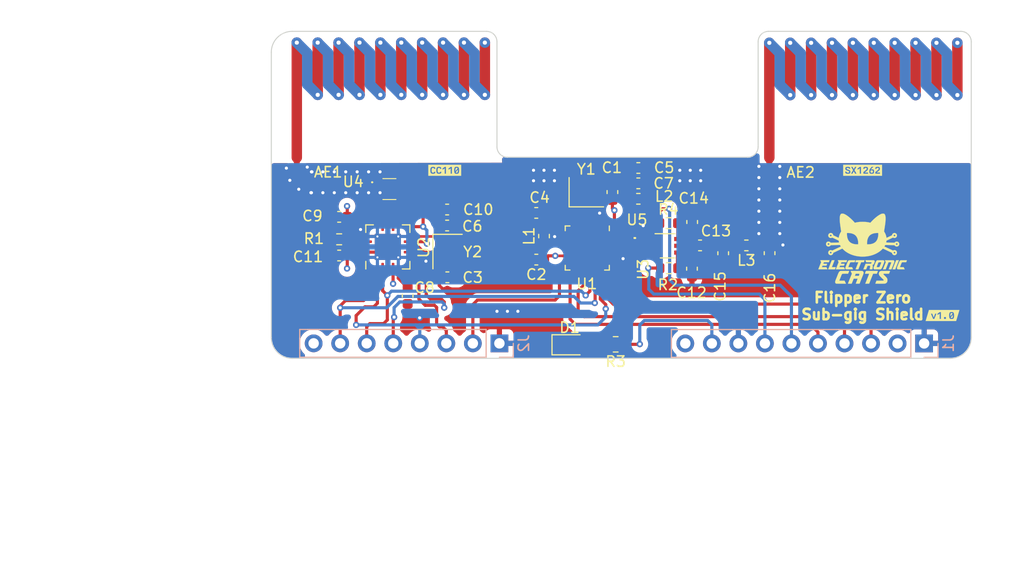
<source format=kicad_pcb>
(kicad_pcb (version 20221018) (generator pcbnew)
  (layers (0 "F.Cu" signal) (1 "In1.Cu" signal) (2 "In2.Cu" signal) (31 "B.Cu" signal) (34 "B.Paste" user) (35 "F.Paste" user) (36 "B.SilkS" user "B.Silkscreen") (37 "F.SilkS" user "F.Silkscreen") (38 "B.Mask" user) (39 "F.Mask" user) (44 "Edge.Cuts" user))
  (net 0 "")
  (net 1 "Net-(AE1-A)")
  (net 2 "Net-(D1-A)")
  (net 3 "Net-(AE2-A)")
  (net 4 "+3.3V")
  (net 5 "GND")
  (net 6 "Net-(U2-XOSC_Q1)")
  (net 7 "Net-(U1-VREG)")
  (net 8 "+5V")
  (net 9 "/LED1")
  (net 10 "Net-(U1-VR_PA)")
  (net 11 "Net-(U2-XOSC_Q2)")
  (net 12 "Net-(U2-DCOUPL)")
  (net 13 "Net-(U5-V2)")
  (net 14 "Net-(U5-RFC)")
  (net 15 "Net-(C13-Pad2)")
  (net 16 "Net-(U5-V1)")
  (net 18 "/DIO2")
  (net 19 "/DIO22")
  (net 20 "Net-(U1-DCC_SW)")
  (net 21 "/RFO")
  (net 22 "Net-(U2-RBIAS)")
  (net 23 "/ANT_SW")
  (net 24 "/XTA")
  (net 25 "/XTB")
  (net 26 "/DIO3")
  (net 27 "/DIO1")
  (net 28 "/BUSY")
  (net 29 "/RESET_SX")
  (net 30 "/CIPO")
  (net 31 "/COPI")
  (net 32 "/SCK")
  (net 33 "/NSS")
  (net 34 "/RFI_P")
  (net 35 "/RFI_N")
  (net 36 "/GDO2")
  (net 37 "/GDO0")
  (net 38 "Net-(U2-RF_P)")
  (net 39 "Net-(U2-RF_N)")
  (net 40 "/SW_RFO")
  (net 41 "/SW_RFI")
  (net 42 "/NSS_1")
  (footprint "Capacitor_SMD:C_0603_1608Metric" (layer "F.Cu") (at 153.55 102.085 90)
    (fp_text reference "C1")
    (fp_text value "0.1uF")
  )
  (footprint "Package_DFN_QFN:QFN-20-1EP_4x4mm_P0.5mm_EP2.5x2.5mm_ThermalVias" (layer "F.Cu") (at 132.055 107.335 90)
    (fp_text reference "U2")
    (fp_text value "CC1101RGPR")
  )
  (footprint "LED_SMD:LED_0805_2012Metric" (layer "F.Cu") (at 149.4525 116.705)
    (fp_text reference "D1")
    (fp_text value "LED")
  )
  (footprint "Package_TO_SOT_SMD:SOT-363_SC-70-6" (layer "F.Cu") (at 158.835 107.23)
    (fp_text reference "U5")
    (fp_text value "PE42421")
  )
  (footprint "Resistor_SMD:R_0603_1608Metric" (layer "F.Cu") (at 158.935 105.06 180)
    (fp_text reference "R4")
    (fp_text value "100R")
  )
  (footprint "Inductor_SMD:L_0603_1608Metric" (layer "F.Cu") (at 166.3725 107.19 180)
    (fp_text reference "L3")
    (fp_text value "9.1nH")
  )
  (footprint "Inductor_SMD:L_0603_1608Metric" (layer "F.Cu") (at 147.005 106.2975 90)
    (fp_text reference "L1")
    (fp_text value "15uH")
  )
  (footprint "Capacitor_SMD:C_0603_1608Metric" (layer "F.Cu") (at 137.73 105.2875)
    (fp_text reference "C6")
    (fp_text value "uF")
  )
  (footprint "Capacitor_SMD:C_0603_1608Metric" (layer "F.Cu") (at 168.595 107.935 -90)
    (fp_text reference "C16")
    (fp_text value "3.3pF")
  )
  (footprint "Capacitor_SMD:C_0603_1608Metric" (layer "F.Cu") (at 156.03 101.25)
    (fp_text reference "C7")
    (fp_text value "47pF")
  )
  (footprint "Inductor_SMD:L_0603_1608Metric" (layer "F.Cu") (at 156.0325 102.73)
    (fp_text reference "L2")
    (fp_text value "47nH")
  )
  (footprint "Resistor_SMD:R_0603_1608Metric" (layer "F.Cu") (at 158.95 109.37 180)
    (fp_text reference "R2")
    (fp_text value "100R")
  )
  (footprint "Capacitor_SMD:C_0603_1608Metric" (layer "F.Cu") (at 133.95 112.005 -90)
    (fp_text reference "C8")
    (fp_text value "0.1uF")
  )
  (footprint "Resistor_SMD:R_0603_1608Metric" (layer "F.Cu") (at 127.395 106.6075)
    (fp_text reference "R1")
    (fp_text value "56K")
  )
  (footprint "Capacitor_SMD:C_0603_1608Metric" (layer "F.Cu") (at 137.75 110.24 180)
    (fp_text reference "C3")
    (fp_text value "uF")
  )
  (footprint "Capacitor_SMD:C_0603_1608Metric" (layer "F.Cu") (at 161.165 109.42 -90)
    (fp_text reference "C12")
    (fp_text value "1nF")
  )
  (footprint "Capacitor_SMD:C_0603_1608Metric" (layer "F.Cu") (at 161.94 107.19)
    (fp_text reference "C13")
    (fp_text value "100pF")
  )
  (footprint "Resistor_SMD:R_0805_2012Metric" (layer "F.Cu") (at 153.8625 116.66 180)
    (fp_text reference "R3")
    (fp_text value "1K")
  )
  (footprint "Crystal:Crystal_SMD_2520-4Pin_2.5x2.0mm" (layer "F.Cu") (at 137.77 107.78 -90)
    (fp_text reference "Y2")
    (fp_text value "24Mhz")
  )
  (footprint "RF_Antenna:Texas_SWRA416_868MHz_915MHz" (layer "F.Cu") (at 132.34 93.58)
    (fp_text reference "AE1")
    (fp_text value "Antenna")
  )
  (footprint "Capacitor_SMD:C_0603_1608Metric" (layer "F.Cu") (at 137.73 103.7575)
    (fp_text reference "C10")
    (fp_text value "0.1uF")
  )
  (footprint "Capacitor_SMD:C_0603_1608Metric" (layer "F.Cu") (at 127.395 108.1575 180)
    (fp_text reference "C11")
    (fp_text value "10uF")
  )
  (footprint "Capacitor_SMD:C_0603_1608Metric" (layer "F.Cu") (at 161.185 104.95 90)
    (fp_text reference "C14")
    (fp_text value "1nF")
  )
  (footprint "kibuzzard-649F73CE" (layer "F.Cu") (at 185.15 113.9)
    (fp_text reference "kibuzzard-649F73CE" hide)
    (fp_text value "G***" hide)
  )
  (footprint "Capacitor_SMD:C_0603_1608Metric" (layer "F.Cu") (at 146.265 108.55 180)
    (fp_text reference "C2")
    (fp_text value "0.1uF")
  )
  (footprint "Capacitor_SMD:C_0603_1608Metric" (layer "F.Cu") (at 127.395 104.4575 180)
    (fp_text reference "C9")
    (fp_text value "0.1uF")
  )
  (footprint "Aesthetics:electronic_cats_logo_8x6" (layer "F.Cu") (at 177.5 107.5)
    (fp_text reference "G***" hide)
    (fp_text value "LOGO" hide)
  )
  (footprint "Capacitor_SMD:C_0603_1608Metric" (layer "F.Cu") (at 164.155 107.94 -90)
    (fp_text reference "C15")
    (fp_text value "3.3pF")
  )
  (footprint "kibuzzard-649F737D" (layer "F.Cu") (at 137.5 100)
    (fp_text reference "kibuzzard-649F737D" hide)
    (fp_text value "G***" hide)
  )
  (footprint "Crystal:Crystal_SMD_2520-4Pin_2.5x2.0mm" (layer "F.Cu") (at 151.055 102.1)
    (fp_text reference "Y1")
    (fp_text value "32Mhz")
  )
  (footprint "RF_Antenna:Texas_SWRA416_868MHz_915MHz" (layer "F.Cu") (at 177.57 93.6)
    (fp_text reference "AE2")
    (fp_text value "Antenna")
  )
  (footprint "subg:0915BM15A0001E" (layer "F.Cu") (at 132.205 101.7975 90)
    (fp_text reference "U4")
    (fp_text value "0915BM15A0001E" hide)
  )
  (footprint "kibuzzard-649F739B" (layer "F.Cu") (at 177.5 100)
    (fp_text reference "kibuzzard-649F739B" hide)
    (fp_text value "G***" hide)
  )
  (footprint "Package_DFN_QFN:QFN-24-1EP_4x4mm_P0.5mm_EP2.65x2.65mm" (layer "F.Cu") (at 151.145 107.44 -90)
    (fp_text reference "U1")
    (fp_text value "SX1262IMLTRT")
  )
  (footprint "Capacitor_SMD:C_0603_1608Metric" (layer "F.Cu") (at 146.26 104.08 180)
    (fp_text reference "C4")
    (fp_text value "470nF")
  )
  (footprint "Capacitor_SMD:C_0603_1608Metric" (layer "F.Cu") (at 156.03 99.78)
    (fp_text reference "C5")
    (fp_text value "0.1uF")
  )
  (footprint "subg:0900FM15D0039E" (layer "F.Cu") (at 155.695 107.96 90)
    (fp_text reference "U3")
    (fp_text value "0900FM15D0039")
  )
  (footprint "Connector_PinHeader_2.54mm:PinHeader_1x10_P2.54mm_Vertical" (layer "B.Cu") (at 183.3868 116.5732 90)
    (fp_text reference "J1")
    (fp_text value "Conn_01x10_Socket")
  )
  (footprint "Connector_PinHeader_2.54mm:PinHeader_1x08_P2.54mm_Vertical" (layer "B.Cu") (at 142.7318 116.567 90)
    (fp_text reference "J2")
    (fp_text value "Conn_01x08_Socket")
  )
  (gr_line (start 185.9 118) (end 122.9 118) (stroke (width 0.1)) (layer "Edge.Cuts"))
  (gr_arc (start 187.9 116) (mid 187.314214 117.414214) (end 185.9 118) (stroke (width 0.1)) (layer "Edge.Cuts"))
  (gr_arc (start 167.5 97.75) (mid 167.207107 98.457107) (end 166.5 98.75) (stroke (width 0.1)) (layer "Edge.Cuts"))
  (gr_line (start 142.5 97.75) (end 142.5 87.7) (stroke (width 0.1)) (layer "Edge.Cuts"))
  (gr_arc (start 120.9 88.7) (mid 121.485786 87.285786) (end 122.9 86.7) (stroke (width 0.1)) (layer "Edge.Cuts"))
  (gr_arc (start 122.9 118) (mid 121.485786 117.414214) (end 120.9 116) (stroke (width 0.1)) (layer "Edge.Cuts"))
  (gr_arc (start 186.9 86.7) (mid 187.607107 86.992893) (end 187.9 87.7) (stroke (width 0.1)) (layer "Edge.Cuts"))
  (gr_arc (start 143.5 98.75) (mid 142.792893 98.457107) (end 142.5 97.75) (stroke (width 0.1)) (layer "Edge.Cuts"))
  (gr_arc (start 167.5 87.7) (mid 167.792893 86.992893) (end 168.5 86.7) (stroke (width 0.1)) (layer "Edge.Cuts"))
  (gr_line (start 120.9 116) (end 120.9 88.7) (stroke (width 0.1)) (layer "Edge.Cuts"))
  (gr_line (start 167.5 87.7) (end 167.5 97.75) (stroke (width 0.1)) (layer "Edge.Cuts"))
  (gr_line (start 122.9 86.7) (end 141.5 86.7) (stroke (width 0.1)) (layer "Edge.Cuts"))
  (gr_line (start 187.9 87.7) (end 187.9 116) (stroke (width 0.1)) (layer "Edge.Cuts"))
  (gr_line (start 168.5 86.7) (end 186.9 86.7) (stroke (width 0.1)) (layer "Edge.Cuts"))
  (gr_line (start 143.5 98.75) (end 166.5 98.75) (stroke (width 0.1)) (layer "Edge.Cuts"))
  (gr_arc (start 141.5 86.7) (mid 142.207107 86.992893) (end 142.5 87.7) (stroke (width 0.1)) (layer "Edge.Cuts"))
  (gr_text "Flipper Zero\nSub-gig Shield" (at 177.5 113) (layer "F.SilkS") (effects (font (size 1 1) (thickness 0.25) bold)))
  (segment (start 123.34 99.7475) (end 123.34 99.65465) (width 0.3493) (layer "F.Cu") (net 1))
  (segment (start 124.74 101.1475) (end 131.305 101.1475) (width 0.3493) (layer "F.Cu") (net 1))
  (arc (start 123.34 99.7475) (mid 123.75005 100.737449) (end 124.74 101.1475) (width 0.3493) (layer "F.Cu") (net 1))
  (segment (start 150.435 116.66) (end 150.39 116.705) (width 0.3) (layer "F.Cu") (net 2))
  (segment (start 152.95 116.66) (end 150.435 116.66) (width 0.3) (layer "F.Cu") (net 2))
  (segment (start 168.57 107.135) (end 168.57 99.625) (width 0.3493) (layer "F.Cu") (net 3))
  (segment (start 168.595 107.16) (end 168.57 107.135) (width 0.25) (layer "F.Cu") (net 3))
  (segment (start 168.565 107.19) (end 168.595 107.16) (width 0.3493) (layer "F.Cu") (net 3))
  (segment (start 167.16 107.19) (end 168.565 107.19) (width 0.3493) (layer "F.Cu") (net 3))
  (segment (start 131.555 105.3975) (end 131.055 105.3975) (width 0.3) (layer "F.Cu") (net 4))
  (segment (start 135.43 104.29) (end 135.43 105.39) (width 0.3) (layer "F.Cu") (net 4))
  (segment (start 133.055 105.3975) (end 135.4225 105.3975) (width 0.3) (layer "F.Cu") (net 4))
  (segment (start 128.17 104.4575) (end 128.17 103.45) (width 0.3) (layer "F.Cu") (net 4))
  (segment (start 130.115 104.4575) (end 128.17 104.4575) (width 0.3) (layer "F.Cu") (net 4))
  (segment (start 130.1175 107.335) (end 128.9925 107.335) (width 0.3) (layer "F.Cu") (net 4))
  (segment (start 128.9925 107.335) (end 128.17 108.1575) (width 0.3) (layer "F.Cu") (net 4))
  (segment (start 128.17 109.38) (end 128.15 109.4) (width 0.3) (layer "F.Cu") (net 4))
  (segment (start 131.055 105.3975) (end 130.115 104.4575) (width 0.3) (layer "F.Cu") (net 4))
  (segment (start 149.195 107.69) (end 149.195 108.19) (width 0.25) (layer "F.Cu") (net 4))
  (segment (start 153.55 103.64) (end 153.74 103.83) (width 0.3) (layer "F.Cu") (net 4))
  (segment (start 135.9625 103.7575) (end 135.43 104.29) (width 0.3) (layer "F.Cu") (net 4))
  (segment (start 147.4 108.19) (end 147.04 108.55) (width 0.3) (layer "F.Cu") (net 4))
  (segment (start 135.4225 105.3975) (end 135.43 105.39) (width 0.3) (layer "F.Cu") (net 4))
  (segment (start 148.08 108.19) (end 147.4 108.19) (width 0.3) (layer "F.Cu") (net 4))
  (segment (start 152.395 105.49) (end 153.135 105.49) (width 0.3) (layer "F.Cu") (net 4))
  (segment (start 136.955 103.7575) (end 135.9625 103.7575) (width 0.3) (layer "F.Cu") (net 4))
  (segment (start 132.555 109.2725) (end 132.555 110.86) (width 0.3) (layer "F.Cu") (net 4))
  (segment (start 133.9925 106.835) (end 135.605 106.835) (width 0.3) (layer "F.Cu") (net 4))
  (segment (start 153.135 105.49) (end 153.74 104.885) (width 0.3) (layer "F.Cu") (net 4))
  (segment (start 135.605 106.835) (end 135.79 107.02) (width 0.3) (layer "F.Cu") (net 4))
  (segment (start 153.55 102.86) (end 153.55 103.64) (width 0.3) (layer "F.Cu") (net 4))
  (segment (start 153.74 104.885) (end 153.74 103.83) (width 0.3) (layer "F.Cu") (net 4))
  (segment (start 128.17 103.45) (end 128.15 103.43) (width 0.3) (layer "F.Cu") (net 4))
  (segment (start 149.195 108.19) (end 148.08 108.19) (width 0.25) (layer "F.Cu") (net 4))
  (segment (start 128.17 108.1575) (end 128.17 109.38) (width 0.3) (layer "F.Cu") (net 4))
  (via (at 128.15 109.4) (size 0.6) (drill 0.3) (layers "F.Cu" "B.Cu") (net 4))
  (via (at 135.79 107.02) (size 0.6) (drill 0.3) (layers "F.Cu" "B.Cu") (net 4))
  (via (at 135.43 105.39) (size 0.6) (drill 0.3) (layers "F.Cu" "B.Cu") (net 4))
  (via (at 128.15 103.43) (size 0.6) (drill 0.3) (layers "F.Cu" "B.Cu") (net 4))
  (via (at 148.08 108.19) (size 0.6) (drill 0.3) (layers "F.Cu" "B.Cu") (net 4))
  (via (at 153.74 103.83) (size 0.6) (drill 0.3) (layers "F.Cu" "B.Cu") (net 4))
  (via (at 132.555 110.86) (size 0.6) (drill 0.3) (layers "F.Cu" "B.Cu") (net 4))
  (segment (start 135.79 105.75) (end 135.43 105.39) (width 0.3) (layer "B.Cu") (net 4))
  (segment (start 135.79 107.02) (end 135.79 105.75) (width 0.3) (layer "B.Cu") (net 4))
  (segment (start 131.305 101.7975) (end 130.0325 101.7975) (width 0.3) (layer "F.Cu") (net 5))
  (segment (start 149.15 103.92) (end 149.14 103.91) (width 0.3) (layer "F.Cu") (net 5))
  (segment (start 137.07 108.655) (end 137.07 110.145) (width 0.3) (layer "F.Cu") (net 5))
  (segment (start 156.08 105.91) (end 156.32 105.67) (width 0.25) (layer "F.Cu") (net 5))
  (segment (start 155.695 106.56) (end 155.695 105.96) (width 0.25) (layer "F.Cu") (net 5))
  (segment (start 137.07 110.145) (end 136.975 110.24) (width 0.3) (layer "F.Cu") (net 5))
  (segment (start 150.395 105.49) (end 150.395 104.963959) (width 0.3) (layer "F.Cu") (net 5))
  (segment (start 133.105 101.7975) (end 134.6475 101.7975) (width 0.3) (layer "F.Cu") (net 5))
  (segment (start 130.1175 107.835) (end 131.555 107.835) (width 0.3) (layer "F.Cu") (net 5))
  (segment (start 136.975 110.24) (end 136.975 111.025) (width 0.3) (layer "F.Cu") (net 5))
  (segment (start 155.545 106.71) (end 155.695 106.56) (width 0.25) (layer "F.Cu") (net 5))
  (segment (start 156.355 106.21) (end 156.32 106.175) (width 0.3) (layer "F.Cu") (net 5))
  (segment (start 137.3 111.35) (end 137.825 111.875) (width 0.3) (layer "F.Cu") (net 5))
  (segment (start 133.9118 112.8182) (end 133.9118 114.225) (width 0.3) (layer "F.Cu") (net 5))
  (segment (start 156.32 106.175) (end 156.32 105.67) (width 0.3) (layer "F.Cu") (net 5))
  (segment (start 137.825 111.875) (end 138.725 111.875) (width 0.3) (layer "F.Cu") (net 5))
  (segment (start 156.32 105.67) (end 156.32 105.48) (width 0.3) (layer "F.Cu") (net 5))
  (segment (start 135 114.225) (end 133.9118 114.225) (width 0.3) (layer "F.Cu") (net 5))
  (segment (start 150.05 104.64) (end 149.87 104.64) (width 0.3) (layer "F.Cu") (net 5))
  (segment (start 150.395 105.49) (end 150.395 106.69) (width 0.3) (layer "F.Cu") (net 5))
  (segment (start 133.95 112.78) (end 133.95 112.975) (width 0.3) (layer "F.Cu") (net 5))
  (segment (start 130.1175 106.335) (end 130.105 106.335) (width 0.3) (layer "F.Cu") (net 5))
  (segment (start 153.095 108.19) (end 151.895 108.19) (width 0.3) (layer "F.Cu") (net 5))
  (segment (start 155.695 105.91) (end 156.08 105.91) (width 0.25) (layer "F.Cu") (net 5))
  (segment (start 151.145 107.44) (end 151.895 106.69) (width 0.25) (layer "F.Cu") (net 5))
  (segment (start 134.6475 101.7975) (end 134.69 101.84) (width 0.3) (layer "F.Cu") (net 5))
  (segment (start 135.745 108.655) (end 135.7 108.7) (width 0.3) (layer "F.Cu") (net 5))
  (segment (start 155.695 105.96) (end 155.695 107.15) (width 0.25) (layer "F.Cu") (net 5))
  (segment (start 150.395 106.69) (end 151.145 107.44) (width 0.3) (layer "F.Cu") (net 5))
  (segment (start 149.87 104.64) (end 149.15 103.92) (width 0.3) (layer "F.Cu") (net 5))
  (segment (start 149.195 106.69) (end 150.395 106.69) (width 0.25) (layer "F.Cu") (net 5))
  (segment (start 156.32 107.21) (end 155.755 107.21) (width 0.25) (layer "F.Cu") (net 5))
  (segment (start 130.105 106.335) (end 129.44 105.67) (width 0.3) (layer "F.Cu") (net 5))
  (segment (start 155.695 109.615) (end 155.69 109.62) (width 0.25) (layer "F.Cu") (net 5))
  (segment (start 133.95 112.78) (end 133.9118 112.8182) (width 0.3) (layer "F.Cu") (net 5))
  (segment (start 150.071041 104.64) (end 150.05 104.64) (width 0.3) (layer "F.Cu") (net 5))
  (segment (start 151.895 105.49) (end 151.895 104.53) (width 0.3) (layer "F.Cu") (net 5))
  (segment (start 151.93 102.8) (end 151.93 103.705) (width 0.3) (layer "F.Cu") (net 5))
  (segment (start 153.095 108.19) (end 154.3 108.19) (width 0.3) (layer "F.Cu") (net 5))
  (segment (start 157.885 107.23) (end 156.34 107.23) (width 0.25) (layer "F.Cu") (net 5))
  (segment (start 130.0325 101.7975) (end 129.68 102.15) (width 0.3) (layer "F.Cu") (net 5))
  (segment (start 137.07 108.655) (end 135.745 108.655) (width 0.3) (layer "F.Cu") (net 5))
  (segment (start 156.32 105.48) (end 156.5 105.3) (width 0.3) (layer "F.Cu") (net 5))
  (segment (start 135.1 114.125) (end 135 114.225) (width 0.3) (layer "F.Cu") (net 5))
  (segment (start 133.105 101.1475) (end 134.6625 101.1475) (width 0.3) (layer "F.Cu") (net 5))
  (segment (start 149.195 106.69) (end 148.36 106.69) (width 0.25) (layer "F.Cu") (net 5))
  (segment (start 154.3 108.19) (end 154.57 108.46) (width 0.3) (layer "F.Cu") (net 5))
  (segment (start 151.895 102.835) (end 151.895 105.49) (width 0.3) (layer "F.Cu") (net 5))
  (segment (start 148.36 106.69) (end 148.02 106.35) (width 0.25) (layer "F.Cu") (net 5))
  (segment (start 151.93 102.8) (end 151.895 102.835) (width 0.3) (layer "F.Cu") (net 5))
  (segment (start 155.07 106.71) (end 155.545 106.71) (width 0.25) (layer "F.Cu") (net 5))
  (segment (start 151.895 104.53) (end 152.325 104.1) (width 0.3) (layer "F.Cu") (net 5))
  (segment (start 151.895 106.69) (end 151.895 105.49) (width 0.25) (layer "F.Cu") (net 5))
  (segment (start 150.395 104.963959) (end 150.071041 104.64) (width 0.3) (layer "F.Cu") (net 5))
  (segment (start 155.695 107.15) (end 155.695 107.96) (width 0.25) (layer "F.Cu") (net 5))
  (segment (start 151.895 108.19) (end 151.145 107.44) (width 0.3) (layer "F.Cu") (net 5))
  (segment (start 130.1175 106.335) (end 131.055 106.335) (width 0.3) (layer "F.Cu") (net 5))
  (segment (start 155.755 107.21) (end 155.695 107.15) (width 0.25) (layer "F.Cu") (net 5))
  (segment (start 131.555 107.835) (end 132.055 107.335) (width 0.3) (layer "F.Cu") (net 5))
  (segment (start 156.34 107.23) (end 156.32 107.21) (width 0.25) (layer "F.Cu") (net 5))
  (segment (start 155.695 107.96) (end 155.695 109.615) (width 0.25) (layer "F.Cu") (net 5))
  (segment (start 136.975 111.025) (end 137.3 111.35) (width 0.3) (layer "F.Cu") (net 5))
  (segment (start 134.6625 101.1475) (end 134.69 101.12) (width 0.3) (layer "F.Cu") (net 5))
  (segment (start 151.93 103.705) (end 152.325 104.1) (width 0.3) (layer "F.Cu") (net 5))
  (via (at 123.526657 101.816373) (size 0.6) (drill 0.3) (layers "F.Cu" "B.Cu") (net 5))
  (via (at 125.834166 100.1475) (size 0.6) (drill 0.3) (layers "F.Cu" "B.Cu") (net 5))
  (via (at 161 101) (size 0.6) (drill 0.3) (layers "F.Cu" "B.Cu") (net 5))
  (via (at 143.5 113.5) (size 0.6) (drill 0.3) (layers "F.Cu" "B.Cu") (net 5))
  (via (at 125.834166 102.1475) (size 0.6) (drill 0.3) (layers "F.Cu" "B.Cu") (net 5))
  (via (at 122.341204 99.796565) (size 0.6) (drill 0.3) (layers "F.Cu" "B.Cu") (net 5))
  (via (at 167.57 104.989285) (size 0.6) (drill 0.3) (layers "F.Cu" "B.Cu") (net 5))
  (via (at 124.74 102.1475) (size 0.6) (drill 0.3) (layers "F.Cu" "B.Cu") (net 5))
  (via (at 142.5 113.5) (size 0.6) (drill 0.3) (layers "F.Cu" "B.Cu") (net 5))
  (via (at 167.57 100.697857) (size 0.6) (drill 0.3) (layers "F.Cu" "B.Cu") (net 5))
  (via (at 126.928333 102.1475) (size 0.6) (drill 0.3) (layers "F.Cu" "B.Cu") (net 5))
  (via (at 148 101) (size 0.6) (drill 0.3) (layers "F.Cu" "B.Cu") (net 5))
  (via (at 135.7 108.7) (size 0.6) (drill 0.3) (layers "F.Cu" "B.Cu") (net 5))
  (via (at 161 100) (size 0.6) (drill 0.3) (layers "F.Cu" "B.Cu") (net 5))
  (via (at 169.57 100.697857) (size 0.6) (drill 0.3) (layers "F.Cu" "B.Cu") (net 5))
  (via (at 124.74 100.1475) (size 0.6) (drill 0.3) (layers "F.Cu" "B.Cu") (net 5))
  (via (at 162 100) (size 0.6) (drill 0.3) (layers "F.Cu" "B.Cu") (net 5))
  (via (at 122.671123 100.960836) (size 0.6) (drill 0.3) (layers "F.Cu" "B.Cu") (net 5))
  (via (at 146 100) (size 0.6) (drill 0.3) (layers "F.Cu" "B.Cu") (net 5))
  (via (at 146 101) (size 0.6) (drill 0.3) (layers "F.Cu" "B.Cu") (net 5))
  (via (at 156.5 105.3) (size 0.6) (drill 0.3) (layers "F.Cu" "B.Cu") (net 5))
  (via (at 154.57 108.46) (size 0.6) (drill 0.3) (layers "F.Cu" "B.Cu") (net 5))
  (via (at 129.116666 102.1475) (size 0.6) (drill 0.3) (layers "F.Cu" "B.Cu") (net 5))
  (via (at 144.5 113.5) (size 0.6) (drill 0.3) (layers "F.Cu" "B.Cu") (net 5))
  (via (at 169.57 99.625) (size 0.6) (drill 0.3) (layers "F.Cu" "B.Cu") (net 5))
  (via (at 124.690928 102.146296) (size 0.6) (drill 0.3) (layers "F.Cu" "B.Cu") (net 5))
  (via (at 131.305 102.1475) (size 0.6) (drill 0.3) (layers "F.Cu" "B.Cu") (net 5))
  (via (at 167.57 103.916428) (size 0.6) (drill 0.3) (layers "F.Cu" "B.Cu") (net 5))
  (via (at 148.02 106.35) (size 0.6) (drill 0.3) (layers "F.Cu" "B.Cu") (net 5))
  (via (at 129.116666 100.1475) (size 0.6) (drill 0.3) (layers "F.Cu" "B.Cu") (net 5))
  (via (at 167.57 101.770714) (size 0.6) (drill 0.3) (layers "F.Cu" "B.Cu") (net 5))
  (via (at 131.305 100.1475) (size 0.6) (drill 0.3) (layers "F.Cu" "B.Cu") (net 5))
  (via (at 169.57 104.989285) (size 0.6) (drill 0.3) (layers "F.Cu" "B.Cu") (net 5))
  (via (at 169.57 101.770714) (size 0.6) (drill 0.3) (layers "F.Cu" "B.Cu") (net 5))
  (via (at 169.57 102.843571) (size 0.6) (drill 0.3) (layers "F.Cu" "B.Cu") (net 5))
  (via (at 160 101) (size 0.6) (drill 0.3) (layers "F.Cu" "B.Cu") (net 5))
  (via (at 147 100) (size 0.6) (drill 0.3) (layers "F.Cu" "B.Cu") (net 5))
  (via (at 124.338796 99.698435) (size 0.6) (drill 0.3) (layers "F.Cu" "B.Cu") (net 5))
  (via (at 169.57 106.062142) (size 0.6) (drill 0.3) (layers "F.Cu" "B.Cu") (net 5))
  (via (at 128.0225 100.1475) (size 0.6) (drill 0.3) (layers "F.Cu" "B.Cu") (net 5))
  (via (at 152.325 104.1) (size 0.6) (drill 0.3) (layers "F.Cu" "B.Cu") (net 5))
  (via (at 148 100) (size 0.6) (drill 0.3) (layers "F.Cu" "B.Cu") (net 5))
  (via (at 130.210833 100.1475) (size 0.6) (drill 0.3) (layers "F.Cu" "B.Cu") (net 5))
  (via (at 160 100) (size 0.6) (drill 0.3) (layers "F.Cu" "B.Cu") (net 5))
  (via (at 167.57 106.062142) (size 0.6) (drill 0.3) (layers "F.Cu" "B.Cu") (net 5))
  (via (at 128.0225 102.1475) (size 0.6) (drill 0.3) (layers "F.Cu" "B.Cu") (net 5))
  (via (at 126.928333 100.1475) (size 0.6) (drill 0.3) (layers "F.Cu" "B.Cu") (net 5))
  (via (at 129.44 105.67) (size 0.6) (drill 0.3) (layers "F.Cu" "B.Cu") (net 5))
  (via (at 167.57 102.843571) (size 0.6) (drill 0.3) (layers "F.Cu" "B.Cu") (net 5))
  (via (at 135.1 114.125) (size 0.6) (drill 0.3) (layers "F.Cu" "B.Cu") (net 5))
  (via (at 169.57 103.916428) (size 0.6) (drill 0.3) (layers "F.Cu" "B.Cu") (net 5))
  (via (at 130.210833 102.1475) (size 0.6) (drill 0.3) (layers "F.Cu" "B.Cu") (net 5))
  (via (at 169.87 107.15) (size 0.6) (drill 0.3) (layers "F.Cu" "B.Cu") (net 5))
  (via (at 162 101) (size 0.6) (drill 0.3) (layers "F.Cu" "B.Cu") (net 5))
  (via (at 147 101) (size 0.6) (drill 0.3) (layers "F.Cu" "B.Cu") (net 5))
  (via (at 167.57 99.625) (size 0.6) (drill 0.3) (layers "F.Cu" "B.Cu") (net 5))
  (via (at 124.789072 100.148706) (size 0.6) (drill 0.3) (layers "F.Cu" "B.Cu") (net 5))
  (segment (start 131.055 106.335) (end 130.105 106.335) (width 0.3) (layer "B.Cu") (net 5))
  (segment (start 131.055 108.335) (end 129.535 108.335) (width 0.3) (layer "B.Cu") (net 5))
  (segment (start 133.055 106.335) (end 134.505 106.335) (width 0.3) (layer "B.Cu") (net 5))
  (segment (start 134.505 106.335) (end 134.52 106.35) (width 0.3) (layer "B.Cu") (net 5))
  (segment (start 133.055 106.335) (end 133.055 105.145) (width 0.3) (layer "B.Cu") (net 5))
  (segment (start 133.055 108.335) (end 133.055 109.815) (width 0.3) (layer "B.Cu") (net 5))
  (segment (start 129.535 108.335) (end 129.41 108.21) (width 0.3) (layer "B.Cu") (net 5))
  (segment (start 131.055 105.145) (end 131.2 105) (width 0.3) (layer "B.Cu") (net 5))
  (segment (start 131.055 110.065) (end 130.98 110.14) (width 0.3) (layer "B.Cu") (net 5))
  (segment (start 134.615 108.335) (end 134.66 108.29) (width 0.3) (layer "B.Cu") (net 5))
  (segment (start 130.105 106.335) (end 129.44 105.67) (width 0.3) (layer "B.Cu") (net 5))
  (segment (start 133.055 108.335) (end 134.615 108.335) (width 0.3) (layer "B.Cu") (net 5))
  (segment (start 131.055 106.335) (end 131.055 105.145) (width 0.3) (layer "B.Cu") (net 5))
  (segment (start 133.055 105.145) (end 133.01 105.1) (width 0.3) (layer "B.Cu") (net 5))
  (segment (start 131.055 108.335) (end 131.055 110.065) (width 0.3) (layer "B.Cu") (net 5))
  (segment (start 138.47 108.655) (end 138.47 110.185) (width 0.3) (layer "F.Cu") (net 6))
  (segment (start 134.98 107.335) (end 133.9925 107.335) (width 0.3) (layer "F.Cu") (net 6))
  (segment (start 135.495 107.85) (end 134.98 107.335) (width 0.3) (layer "F.Cu") (net 6))
  (segment (start 138.47 110.185) (end 138.525 110.24) (width 0.3) (layer "F.Cu") (net 6))
  (segment (start 137.665 107.85) (end 135.495 107.85) (width 0.3) (layer "F.Cu") (net 6))
  (segment (start 138.47 108.655) (end 137.665 107.85) (width 0.3) (layer "F.Cu") (net 6))
  (segment (start 149.195 106.105) (end 148.6 105.51) (width 0.25) (layer "F.Cu") (net 7))
  (segment (start 148.6 105.51) (end 147.005 105.51) (width 0.25) (layer "F.Cu") (net 7))
  (segment (start 147.005 104.11) (end 147.035 104.08) (width 0.25) (layer "F.Cu") (net 7))
  (segment (start 149.195 106.19) (end 149.195 106.105) (width 0.25) (layer "F.Cu") (net 7))
  (segment (start 147.005 105.51) (end 147.005 104.11) (width 0.25) (layer "F.Cu") (net 7))
  (segment (start 154.775 116.66) (end 156.15 116.66) (width 0.3) (layer "F.Cu") (net 9))
  (segment (start 156.15 116.66) (end 156.17 116.64) (width 0.3) (layer "F.Cu") (net 9))
  (via (at 156.17 116.64) (size 0.6) (drill 0.3) (layers "F.Cu" "B.Cu") (net 9))
  (segment (start 156.17 114.81) (end 156.6 114.38) (width 0.3) (layer "B.Cu") (net 9))
  (segment (start 163.0668 116.5732) (end 163.0668 114.7768) (width 0.3) (layer "B.Cu") (net 9))
  (segment (start 162.67 114.38) (end 156.6 114.38) (width 0.3) (layer "B.Cu") (net 9))
  (segment (start 163.0668 114.7768) (end 162.67 114.38) (width 0.3) (layer "B.Cu") (net 9))
  (segment (start 156.17 116.64) (end 156.17 114.81) (width 0.3) (layer "B.Cu") (net 9))
  (segment (start 153.485 106.19) (end 155.255 104.42) (width 0.25) (layer "F.Cu") (net 10))
  (segment (start 155.255 104.42) (end 155.255 99.78) (width 0.25) (layer "F.Cu") (net 10))
  (segment (start 153.095 106.19) (end 153.485 106.19) (width 0.25) (layer "F.Cu") (net 10))
  (segment (start 136.955 105.2875) (end 136.955 106.79) (width 0.3) (layer "F.Cu") (net 11))
  (segment (start 137.07 106.905) (end 136.5 106.335) (width 0.25) (layer "F.Cu") (net 11))
  (segment (start 136.5 106.335) (end 133.9925 106.335) (width 0.25) (layer "F.Cu") (net 11))
  (segment (start 136.955 106.79) (end 137.07 106.905) (width 0.3) (layer "F.Cu") (net 11))
  (segment (start 133.055 109.2725) (end 133.055 110.335) (width 0.3) (layer "F.Cu") (net 12))
  (segment (start 133.055 110.335) (end 133.95 111.23) (width 0.3) (layer "F.Cu") (net 12))
  (segment (start 159.775 107.89) (end 159.785 107.88) (width 0.3) (layer "F.Cu") (net 13))
  (segment (start 159.775 109.37) (end 159.775 107.89) (width 0.3) (layer "F.Cu") (net 13))
  (segment (start 159.775 109.37) (end 160.44 109.37) (width 0.3) (layer "F.Cu") (net 13))
  (segment (start 160.44 109.37) (end 161.165 108.645) (width 0.3) (layer "F.Cu") (net 13))
  (segment (start 161.125 107.23) (end 161.165 107.19) (width 0.4) (layer "F.Cu") (net 14))
  (segment (start 159.785 107.23) (end 161.125 107.23) (width 0.3493) (layer "F.Cu") (net 14))
  (segment (start 162.715 107.19) (end 165.585 107.19) (width 0.3493) (layer "F.Cu") (net 15))
  (segment (start 164.155 107.165) (end 165.56 107.165) (width 0.3493) (layer "F.Cu") (net 15))
  (segment (start 162.715 107.19) (end 164.13 107.19) (width 0.3493) (layer "F.Cu") (net 15))
  (segment (start 164.13 107.19) (end 164.155 107.165) (width 0.3493) (layer "F.Cu") (net 15))
  (segment (start 165.56 107.165) (end 165.585 107.19) (width 0.3493) (layer "F.Cu") (net 15))
  (segment (start 160.425 105.725) (end 159.76 105.06) (width 0.25) (layer "F.Cu") (net 16))
  (segment (start 161.185 105.725) (end 160.425 105.725) (width 0.25) (layer "F.Cu") (net 16))
  (segment (start 159.785 105.085) (end 159.76 105.06) (width 0.25) (layer "F.Cu") (net 16))
  (segment (start 159.785 106.58) (end 159.785 105.085) (width 0.25) (layer "F.Cu") (net 16))
  (segment (start 158.115 109.36) (end 158.125 109.37) (width 0.3) (layer "F.Cu") (net 19))
  (segment (start 156.99 109.36) (end 158.115 109.36) (width 0.3) (layer "F.Cu") (net 19))
  (via (at 156.99 109.36) (size 0.6) (drill 0.3) (layers "F.Cu" "B.Cu") (net 19))
  (segment (start 168.1468 116.5732) (end 168.1468 112.3768) (width 0.3) (layer "B.Cu") (net 19))
  (segment (start 157.5 111.85) (end 157.03 111.38) (width 0.3) (layer "B.Cu") (net 19))
  (segment (start 157.03 111.38) (end 157.03 109.4) (width 0.3) (layer "B.Cu") (net 19))
  (segment (start 168.1468 112.3768) (end 167.79 112.02) (width 0.3) (layer "B.Cu") (net 19))
  (segment (start 157.03 109.4) (end 156.99 109.36) (width 0.3) (layer "B.Cu") (net 19))
  (segment (start 157.88 111.85) (end 157.5 111.85) (width 0.3) (layer "B.Cu") (net 19))
  (segment (start 167.62 111.85) (end 157.88 111.85) (width 0.3) (layer "B.Cu") (net 19))
  (segment (start 167.79 112.02) (end 167.62 111.85) (width 0.3) (layer "B.Cu") (net 19))
  (segment (start 147.11 107.19) (end 147.005 107.085) (width 0.25) (layer "F.Cu") (net 20))
  (segment (start 149.195 107.19) (end 147.11 107.19) (width 0.25) (layer "F.Cu") (net 20))
  (segment (start 154.335 106.21) (end 155.07 106.21) (width 0.25) (layer "F.Cu") (net 21))
  (segment (start 156.82 103.635) (end 156.82 102.73) (width 0.25) (layer "F.Cu") (net 21))
  (segment (start 155.07 106.21) (end 155.07 105.385) (width 0.25) (layer "F.Cu") (net 21))
  (segment (start 155.07 105.385) (end 156.82 103.635) (width 0.25) (layer "F.Cu") (net 21))
  (segment (start 153.815 106.69) (end 154.315 106.19) (width 0.25) (layer "F.Cu") (net 21))
  (segment (start 153.095 106.69) (end 153.815 106.69) (width 0.25) (layer "F.Cu") (net 21))
  (segment (start 154.315 106.19) (end 154.335 106.21) (width 0.25) (layer "F.Cu") (net 21))
  (segment (start 128.4475 106.835) (end 128.22 106.6075) (width 0.3) (layer "F.Cu") (net 22))
  (segment (start 130.1175 106.835) (end 128.4475 106.835) (width 0.3) (layer "F.Cu") (net 22))
  (segment (start 158.35 103.69) (end 158.97 103.69) (width 0.3) (layer "F.Cu") (net 23))
  (segment (start 158.11 105.06) (end 158.11 103.93) (width 0.3) (layer "F.Cu") (net 23))
  (segment (start 158.11 103.93) (end 158.35 103.69) (width 0.3) (layer "F.Cu") (net 23))
  (via (at 158.97 103.69) (size 0.6) (drill 0.3) (layers "F.Cu" "B.Cu") (net 23))
  (segment (start 170.6868 116.5732) (end 170.6868 112.0768) (width 0.3) (layer "B.Cu") (net 23))
  (segment (start 159.03 103.75) (end 158.97 103.69) (width 0.3) (layer "B.Cu") (net 23))
  (segment (start 170.6868 112.0768) (end 170.31 111.7) (width 0.3) (layer "B.Cu") (net 23))
  (segment (start 170.31 111.7) (end 169.61 111) (width 0.3) (layer "B.Cu") (net 23))
  (segment (start 159.03 110.49) (end 159.03 103.75) (width 0.3) (layer "B.Cu") (net 23))
  (segment (start 159.54 111) (end 159.03 110.49) (width 0.3) (layer "B.Cu") (net 23))
  (segment (start 169.61 111) (end 160.52 111) (width 0.3) (layer "B.Cu") (net 23))
  (segment (start 160.52 111) (end 159.54 111) (width 0.3) (layer "B.Cu") (net 23))
  (segment (start 151.54 101.4) (end 151.105 101.835) (width 0.3) (layer "F.Cu") (net 24))
  (segment (start 151.93 101.4) (end 151.54 101.4) (width 0.3) (layer "F.Cu") (net 24))
  (segment (start 151.105 101.835) (end 151.105 104.025) (width 0.3) (layer "F.Cu") (net 24))
  (segment (start 151.105 104.025) (end 151.395 104.315) (width 0.3) (layer "F.Cu") (net 24))
  (segment (start 151.395 104.315) (end 151.395 105.49) (width 0.3) (layer "F.Cu") (net 24))
  (segment (start 150.18 103.96) (end 150.18 102.8) (width 0.3) (layer "F.Cu") (net 25))
  (segment (start 150.895 104.675) (end 150.18 103.96) (width 0.3) (layer "F.Cu") (net 25))
  (segment (start 150.895 105.49) (end 150.895 104.675) (width 0.3) (layer "F.Cu") (net 25))
  (segment (start 148.48 112.01) (end 148.07 112.42) (width 0.3) (layer "F.Cu") (net 27))
  (segment (start 140.63 112.42) (end 140.1918 112.8582) (width 0.3) (layer "F.Cu") (net 27))
  (segment (start 140.1918 112.8582) (end 140.1918 116.567) (width 0.3) (layer "F.Cu") (net 27))
  (segment (start 148.48 109.94) (end 148.48 112.01) (width 0.3) (layer "F.Cu") (net 27))
  (segment (start 149.895 109.39) (end 149.03 109.39) (width 0.3) (layer "F.Cu") (net 27))
  (segment (start 148.07 112.42) (end 140.63 112.42) (width 0.3) (layer "F.Cu") (net 27))
  (segment (start 149.03 109.39) (end 148.48 109.94) (width 0.3) (layer "F.Cu") (net 27))
  (segment (start 172.49 114.75) (end 150 114.75) (width 0.3) (layer "F.Cu") (net 28))
  (segment (start 173.2268 115.4868) (end 172.49 114.75) (width 0.3) (layer "F.Cu") (net 28))
  (segment (start 149.5 110.811041) (end 150.395 109.916041) (width 0.3) (layer "F.Cu") (net 28))
  (segment (start 173.2268 116.5732) (end 173.2268 115.4868) (width 0.3) (layer "F.Cu") (net 28))
  (segment (start 149.5 114.25) (end 149.5 110.811041) (width 0.3) (layer "F.Cu") (net 28))
  (segment (start 150 114.75) (end 149.5 114.25) (width 0.3) (layer "F.Cu") (net 28))
  (segment (start 150.395 109.916041) (end 150.395 109.39) (width 0.3) (layer "F.Cu") (net 28))
  (segment (start 150.27 111.53) (end 150.27 113.42) (width 0.3) (layer "F.Cu") (net 29))
  (segment (start 150.895 109.39) (end 150.895 110.905) (width 0.3) (layer "F.Cu") (net 29))
  (segment (start 175.14 114.01) (end 175.7668 114.6368) (width 0.3) (layer "F.Cu") (net 29))
  (segment (start 175.7668 114.6368) (end 175.7668 116.5732) (width 0.3) (layer "F.Cu") (net 29))
  (segment (start 150.86 114.01) (end 175.14 114.01) (width 0.3) (layer "F.Cu") (net 29))
  (segment (start 150.895 110.905) (end 150.27 111.53) (width 0.3) (layer "F.Cu") (net 29))
  (segment (start 150.27 113.42) (end 150.86 114.01) (width 0.3) (layer "F.Cu") (net 29))
  (segment (start 130.33 114.68) (end 131.649304 114.68) (width 0.3) (layer "F.Cu") (net 30))
  (segment (start 131.555 111.525696) (end 132.004304 111.975) (width 0.3) (layer "F.Cu") (net 30))
  (segment (start 151.395 111.57) (end 150.99 111.975) (width 0.3) (layer "F.Cu") (net 30))
  (segment (start 131.555 109.2725) (end 131.555 111.525696) (width 0.3) (layer "F.Cu") (net 30))
  (segment (start 130.0318 114.9782) (end 130.33 114.68) (width 0.3) (layer "F.Cu") (net 30))
  (segment (start 131.649304 114.68) (end 132.004304 114.325) (width 0.3) (layer "F.Cu") (net 30))
  (segment (start 130.0318 116.567) (end 130.0318 114.9782) (width 0.3) (layer "F.Cu") (net 30))
  (segment (start 132.004304 114.325) (end 132.004304 111.975) (width 0.3) (layer "F.Cu") (net 30))
  (segment (start 151.395 109.39) (end 151.395 111.57) (width 0.3) (layer "F.Cu") (net 30))
  (via (at 132.004304 111.975) (size 0.6) (drill 0.3) (layers "F.Cu" "B.Cu") (net 30))
  (via (at 150.99 111.975) (size 0.6) (drill 0.3) (layers "F.Cu" "B.Cu") (net 30))
  (segment (start 150.99 111.975) (end 150.59 111.575) (width 0.3) (layer "B.Cu") (net 30))
  (segment (start 150.59 111.575) (end 132.404304 111.575) (width 0.3) (layer "B.Cu") (net 30))
  (segment (start 132.404304 111.575) (end 132.004304 111.975) (width 0.3) (layer "B.Cu") (net 30))
  (segment (start 151.895 112.666498) (end 151.858917 112.702581) (width 0.3) (layer "F.Cu") (net 31))
  (segment (start 129.73 112.47) (end 130.1175 112.0825) (width 0.3) (layer "F.Cu") (net 31))
  (segment (start 151.895 109.39) (end 151.895 112.666498) (width 0.3) (layer "F.Cu") (net 31))
  (segment (start 128 112.47) (end 129.73 112.47) (width 0.3) (layer "F.Cu") (net 31))
  (segment (start 127.4918 116.567) (end 127.4918 112.9782) (width 0.3) (layer "F.Cu") (net 31))
  (segment (start 127.4918 112.9782) (end 128 112.47) (width 0.3) (layer "F.Cu") (net 31))
  (segment (start 130.1175 112.0825) (end 130.1175 108.335) (width 0.3) (layer "F.Cu") (net 31))
  (via (at 127.4918 113.1582) (size 0.6) (drill 0.3) (layers "F.Cu" "B.Cu") (net 31))
  (via (at 151.858917 112.702581) (size 0.6) (drill 0.3) (layers "F.Cu" "B.Cu") (net 31))
  (segment (start 127.4918 113.1582) (end 131.934694 113.1582) (width 0.3) (layer "B.Cu") (net 31))
  (segment (start 150.5 112.702581) (end 151.858917 112.702581) (width 0.3) (layer "B.Cu") (net 31))
  (segment (start 133.017893 112.075) (end 149.872419 112.075) (width 0.3) (layer "B.Cu") (net 31))
  (segment (start 149.872419 112.075) (end 150.5 112.702581) (width 0.3) (layer "B.Cu") (net 31))
  (segment (start 131.934694 113.1582) (end 133.017893 112.075) (width 0.3) (layer "B.Cu") (net 31))
  (segment (start 152.395 109.39) (end 152.395 112.335) (width 0.3) (layer "F.Cu") (net 32))
  (segment (start 129.86 113.07) (end 129.02 113.91) (width 0.3) (layer "F.Cu") (net 32))
  (segment (start 152.91 112.85) (end 152.91 113.26) (width 0.3) (layer "F.Cu") (net 32))
  (segment (start 129.02 113.91) (end 129.02 114.8) (width 0.3) (layer "F.Cu") (net 32))
  (segment (start 130.71 113.07) (end 129.86 113.07) (width 0.3) (layer "F.Cu") (net 32))
  (segment (start 131.055 109.2725) (end 131.055 112.725) (width 0.3) (layer "F.Cu") (net 32))
  (segment (start 152.395 112.335) (end 152.91 112.85) (width 0.3) (layer "F.Cu") (net 32))
  (segment (start 131.055 112.725) (end 130.71 113.07) (width 0.3) (layer "F.Cu") (net 32))
  (via (at 129.02 114.8) (size 0.6) (drill 0.3) (layers "F.Cu" "B.Cu") (net 32))
  (via (at 152.91 113.26) (size 0.6) (drill 0.3) (layers "F.Cu" "B.Cu") (net 32))
  (segment (start 135.1118 115.2) (end 135.1118 114.8318) (width 0.3) (layer "B.Cu") (net 32))
  (segment (start 135.5118 114.8) (end 135.1118 115.2) (width 0.3) (layer "B.Cu") (net 32))
  (segment (start 133.51 114.8) (end 129.02 114.8) (width 0.3) (layer "B.Cu") (net 32))
  (segment (start 152.15 114.8) (end 152.91 114.04) (width 0.3) (layer "B.Cu") (net 32))
  (segment (start 135.08 114.8) (end 135.92 114.8) (width 0.3) (layer "B.Cu") (net 32))
  (segment (start 135.1118 114.8318) (end 135.08 114.8) (width 0.3) (layer "B.Cu") (net 32))
  (segment (start 134.72 114.8082) (end 135.1118 115.2) (width 0.3) (layer "B.Cu") (net 32))
  (segment (start 135.92 114.8) (end 151.9 114.8) (width 0.3) (layer "B.Cu") (net 32))
  (segment (start 135.1118 116.567) (end 135.1118 115.2) (width 0.3) (layer "B.Cu") (net 32))
  (segment (start 134.72 114.8) (end 134.72 114.8082) (width 0.3) (layer "B.Cu") (net 32))
  (segment (start 133.51 114.8) (end 134.72 114.8) (width 0.3) (layer "B.Cu") (net 32))
  (segment (start 152.91 114.04) (end 152.91 113.26) (width 0.3) (layer "B.Cu") (net 32))
  (segment (start 135.92 114.8) (end 135.5118 114.8) (width 0.3) (layer "B.Cu") (net 32))
  (segment (start 134.72 114.8) (end 135.08 114.8) (width 0.3) (layer "B.Cu") (net 32))
  (segment (start 151.9 114.8) (end 152.15 114.8) (width 0.3) (layer "B.Cu") (net 32))
  (segment (start 137.45 113.15) (end 137.45 112.6) (width 0.3) (layer "F.Cu") (net 33))
  (segment (start 136.105 112.3) (end 135.73 111.925) (width 0.3) (layer "F.Cu") (net 33))
  (segment (start 132.5718 116.567) (end 132.5718 114.14142) (width 0.3) (layer "F.Cu") (net 33))
  (segment (start 132.5718 114.14142) (end 132.654304 114.058916) (width 0.3) (layer "F.Cu") (net 33))
  (segment (start 133.9925 107.835) (end 134.695 107.835) (width 0.3) (layer "F.Cu") (net 33))
  (segment (start 137.15 112.3) (end 136.105 112.3) (width 0.3) (layer "F.Cu") (net 33))
  (segment (start 134.96 108.1) (end 134.96 109.41) (width 0.3) (layer "F.Cu") (net 33))
  (segment (start 137.45 112.6) (end 137.15 112.3) (width 0.3) (layer "F.Cu") (net 33))
  (segment (start 135.73 110.18) (end 135.73 111.925) (width 0.3) (layer "F.Cu") (net 33))
  (segment (start 134.96 109.41) (end 135.73 110.18) (width 0.3) (layer "F.Cu") (net 33))
  (segment (start 134.695 107.835) (end 134.96 108.1) (width 0.3) (layer "F.Cu") (net 33))
  (via (at 137.45 113.15) (size 0.6) (drill 0.3) (layers "F.Cu" "B.Cu") (net 33))
  (via (at 132.654304 114.058916) (size 0.6) (drill 0.3) (layers "F.Cu" "B.Cu") (net 33))
  (segment (start 133.2 112.6) (end 132.654304 113.145696) (width 0.3) (layer "B.Cu") (net 33))
  (segment (start 132.654304 113.145696) (end 132.654304 114.058916) (width 0.3) (layer "B.Cu") (net 33))
  (segment (start 137.24 112.6) (end 133.2 112.6) (width 0.3) (layer "B.Cu") (net 33))
  (segment (start 137.45 113.15) (end 137.45 112.81) (width 0.3) (layer "B.Cu") (net 33))
  (segment (start 137.45 112.81) (end 137.24 112.6) (width 0.3) (layer "B.Cu") (net 33))
  (segment (start 153.115 107.71) (end 153.095 107.69) (width 0.2) (layer "F.Cu") (net 34))
  (segment (start 155.035 107.71) (end 153.115 107.71) (width 0.2) (layer "F.Cu") (net 34))
  (segment (start 153.115 107.21) (end 153.095 107.19) (width 0.2) (layer "F.Cu") (net 35))
  (segment (start 155.035 107.21) (end 153.115 107.21) (width 0.2) (layer "F.Cu") (net 35))
  (segment (start 135.03 110.67) (end 133.9925 109.6325) (width 0.3) (layer "F.Cu") (net 37))
  (segment (start 136.725 113.125) (end 136.525 112.925) (width 0.3) (layer "F.Cu") (net 37))
  (segment (start 133.9925 109.6325) (end 133.9925 108.335) (width 0.3) (layer "F.Cu") (net 37))
  (segment (start 135.03 112.325) (end 135.03 110.67) (width 0.3) (layer "F.Cu") (net 37))
  (segment (start 135.63 112.925) (end 135.03 112.325) (width 0.3) (layer "F.Cu") (net 37))
  (segment (start 137.6518 115.3318) (end 137.31 114.99) (width 0.3) (layer "F.Cu") (net 37))
  (segment (start 137.6518 116.567) (end 137.6518 115.3318) (width 0.3) (layer "F.Cu") (net 37))
  (segment (start 136.525 112.925) (end 135.63 112.925) (width 0.3) (layer "F.Cu") (net 37))
  (segment (start 136.99 114.99) (end 136.725 114.725) (width 0.3) (layer "F.Cu") (net 37))
  (segment (start 136.725 114.725) (end 136.725 113.125) (width 0.3) (layer "F.Cu") (net 37))
  (segment (start 137.31 114.99) (end 136.99 114.99) (width 0.3) (layer "F.Cu") (net 37))
  (segment (start 133.105 102.4475) (end 132.555 102.9975) (width 0.3) (layer "F.Cu") (net 38))
  (segment (start 132.555 102.9975) (end 132.555 105.3975) (width 0.3) (layer "F.Cu") (net 38))
  (segment (start 132.055 103.1975) (end 131.305 102.4475) (width 0.3) (layer "F.Cu") (net 39))
  (segment (start 132.055 105.3975) (end 132.055 103.1975) (width 0.3) (layer "F.Cu") (net 39))
  (segment (start 157.31 106.58) (end 157.885 106.58) (width 0.25) (layer "F.Cu") (net 40))
  (segment (start 157.18 106.71) (end 157.31 106.58) (width 0.25) (layer "F.Cu") (net 40))
  (segment (start 156.355 106.71) (end 157.18 106.71) (width 0.25) (layer "F.Cu") (net 40))
  (segment (start 156.525 107.88) (end 157.885 107.88) (width 0.25) (layer "F.Cu") (net 41))
  (segment (start 156.355 107.71) (end 156.525 107.88) (width 0.25) (layer "F.Cu") (net 41))
  (segment (start 177.78 112.81) (end 153.625 112.81) (width 0.3) (layer "F.Cu") (net 42))
  (segment (start 178.3068 113.3368) (end 177.78 112.81) (width 0.3) (layer "F.Cu") (net 42))
  (segment (start 153.095 108.69) (end 153.095 112.28) (width 0.3) (layer "F.Cu") (net 42))
  (segment (start 153.625 112.81) (end 153.095 112.28) (width 0.3) (layer "F.Cu") (net 42))
  (segment (start 178.3068 116.5732) (end 178.3068 113.3368) (width 0.3) (layer "F.Cu") (net 42))
  (zone (net 0) (net_name "") (layers "F.Cu" "In1.Cu" "In2.Cu" "B.Cu") (connect_pads (clearance 0)) (min_thickness 0.5)
    (keepout (tracks not_allowed) (vias not_allowed) (pads not_allowed) (copperpour not_allowed) (footprints allowed))
    (fill (thermal_gap 0.5) (thermal_bridge_width 0.5))
    (polygon (pts (xy 142.5 87.76) (xy 143 99.28) (xy 120.88 99.32) (xy 120.89 86.45)))
  )
  (zone (net 0) (net_name "") (layers "F.Cu" "In1.Cu" "In2.Cu" "B.Cu") (connect_pads (clearance 0)) (min_thickness 0.5)
    (keepout (tracks not_allowed) (vias not_allowed) (pads not_allowed) (copperpour not_allowed) (footprints allowed))
    (fill (thermal_gap 0.5) (thermal_bridge_width 0.5))
    (polygon (pts (xy 187.96 86.614) (xy 188.03 99.307788) (xy 167.64 99.314) (xy 167.64 86.614)))
  )
  (zone (net 5) (net_name "GND") (layers "F.Cu" "In1.Cu" "B.Cu") (connect_pads (clearance 0.5)) (min_thickness 0.5) (fill yes (thermal_gap 0.5) (thermal_bridge_width 0.5))
    (polygon (pts (xy 192.97 83.9) (xy 192.97 124.9) (xy 117.97 124.9) (xy 117.97 83.9)))
  )
)
</source>
